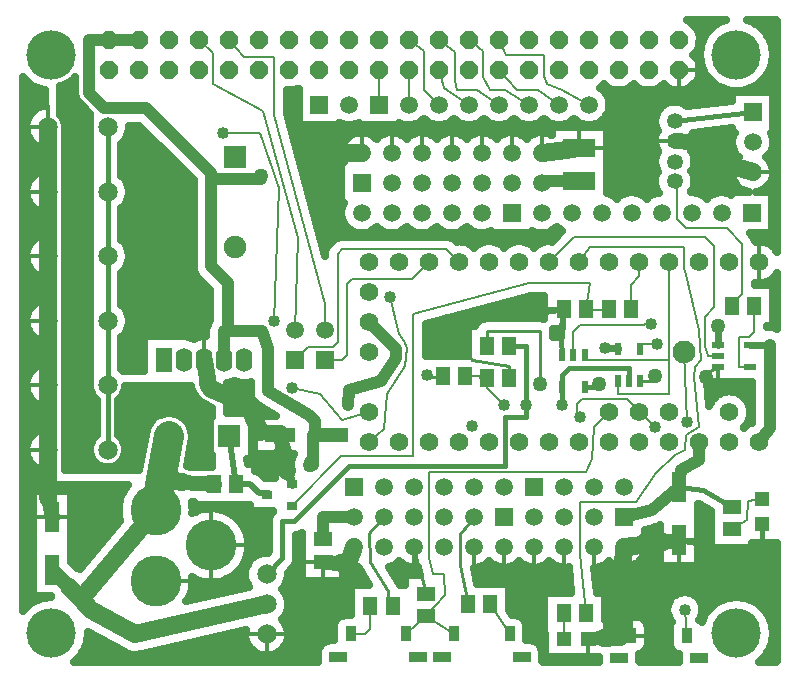
<source format=gtl>
G04 DipTrace 3.0.0.2*
G04 TeensyArbotixProRPIV0.2.gtl*
%MOIN*%
G04 #@! TF.FileFunction,Copper,L1,Top*
G04 #@! TF.Part,Single*
%AMOUTLINE0*5,1,8,0,0,0.065199,-22.499571*%
%AMOUTLINE1*
4,1,4,
-0.0175,-0.025,
-0.0175,0.025,
0.0175,0.025,
0.0175,-0.025,
-0.0175,-0.025,
0*%
%AMOUTLINE2*
4,1,4,
0.0285,-0.0155,
-0.0285,-0.0155,
-0.0285,0.0155,
0.0285,0.0155,
0.0285,-0.0155,
0*%
G04 #@! TA.AperFunction,ViaPad*
%ADD13C,0.04*%
G04 #@! TA.AperFunction,Conductor*
%ADD14C,0.015*%
%ADD15C,0.01*%
%ADD16C,0.023622*%
%ADD17C,0.02*%
%ADD18C,0.008*%
%ADD19C,0.1*%
%ADD20C,0.06*%
G04 #@! TA.AperFunction,ViaPad*
%ADD21C,0.05*%
G04 #@! TA.AperFunction,Conductor*
%ADD22C,0.059055*%
%ADD23C,0.056*%
%ADD24C,0.051181*%
%ADD25C,0.05315*%
%ADD26C,0.031496*%
%ADD27C,0.047244*%
%ADD28C,0.035*%
G04 #@! TA.AperFunction,CopperBalancing*
%ADD29C,0.025*%
%ADD30C,0.013*%
%ADD31R,0.051181X0.059055*%
%ADD33R,0.05X0.1*%
%ADD34R,0.1X0.05*%
%ADD35R,0.059055X0.051181*%
%ADD36R,0.106299X0.062992*%
G04 #@! TA.AperFunction,ComponentPad*
%ADD37R,0.059055X0.059055*%
%ADD38C,0.059055*%
%ADD41C,0.17*%
%ADD43C,0.065199*%
%ADD44R,0.047244X0.047244*%
G04 #@! TA.AperFunction,ComponentPad*
%ADD45C,0.05315*%
%ADD46R,0.074803X0.074803*%
%ADD47C,0.074803*%
%ADD48R,0.035433X0.031496*%
G04 #@! TA.AperFunction,ComponentPad*
%ADD52C,0.076*%
%ADD54R,0.043307X0.023622*%
G04 #@! TA.AperFunction,ComponentPad*
%ADD55R,0.056X0.08*%
%ADD56O,0.056X0.08*%
%ADD58R,0.023622X0.043307*%
G04 #@! TA.AperFunction,ComponentPad*
%ADD59C,0.06194*%
G04 #@! TA.AperFunction,ViaPad*
%ADD62C,0.165*%
G04 #@! TA.AperFunction,ComponentPad*
%ADD125OUTLINE0*%
%ADD126OUTLINE1*%
%ADD127OUTLINE2*%
%FSLAX26Y26*%
G04*
G70*
G90*
G75*
G01*
G04 Top*
%LPD*%
X2798701Y953504D2*
D14*
X2703701Y1008701D1*
X2623701Y1018701D1*
X2690987Y1168701D2*
D13*
Y1110187D1*
X2628701Y1076078D1*
X2623701Y1018701D1*
X2440987Y918701D2*
X2533701Y943701D1*
X2623701Y1018701D1*
X1668701Y623701D2*
D15*
X1657026D1*
X1653701Y673701D1*
X1593701Y768701D1*
X1588810Y866524D1*
X1640987Y918701D1*
X1918701Y628701D2*
X1893701Y758701D1*
Y863701D1*
X1940987Y918701D1*
X1519158Y1294368D2*
D13*
X1523701Y1343701D1*
X1628701Y1373701D1*
X1678701Y1448701D1*
X1540987Y918701D2*
X1436260D1*
Y845654D1*
X2376032Y1481858D2*
D16*
X2418701D1*
Y1480000D1*
X1678701Y1448701D2*
D13*
Y1480987D1*
X1590987Y1568701D1*
X823229Y2510630D2*
X723229D1*
X2159593Y1362487D2*
D15*
Y1538701D1*
X1983701D1*
Y1488701D1*
X723229Y2510630D2*
D13*
X657701D1*
Y2331701D1*
X707701Y2281701D1*
X847701D1*
X1063701Y2065701D1*
Y2046341D1*
Y1755701D1*
X1119701Y1699701D1*
Y1538013D1*
X1106290D1*
Y1443701D1*
X1063701Y2046341D2*
X1228986D1*
Y2054824D1*
X1393701Y1093701D2*
Y1101701D1*
X1403701Y1091701D1*
Y1193701D1*
X1408701D1*
X1468701D1*
X2357454Y1361815D2*
D14*
X2348041Y1352402D1*
X2308701D1*
X2165987Y2033701D2*
D13*
X2170869Y2038583D1*
X2290987D1*
X1119701Y1538013D2*
X1233701D1*
X1253701Y1483701D1*
Y1341099D1*
X1388963Y1258439D1*
X1408701Y1238701D1*
Y1193701D1*
X2860000Y1493701D2*
D16*
X2926491D1*
D13*
Y1217066D1*
X2890987Y1168701D1*
X2038701Y1293701D2*
D18*
X1983586Y1348816D1*
Y1383701D1*
X2543701Y1218701D2*
X2450701Y1311701D1*
X2299701D1*
X2283701Y1295701D1*
Y1263701D1*
X2293701Y1253701D1*
X1983586Y1383701D2*
X1961701D1*
Y1388701D1*
X1910583D1*
X1873701Y528701D2*
X1778701Y588898D1*
X1713701Y528701D1*
X1778701Y588898D2*
X1843701Y658701D1*
X1838701Y728701D1*
X1803701D1*
X1788701Y783701D1*
Y1068701D1*
X2313725D1*
X2333701Y1113701D1*
X2338701Y1218701D1*
X2390987Y1268701D1*
X1658701Y1653701D2*
X1688701Y1528701D1*
X1707164Y1506992D1*
X1717164Y1481992D1*
X1708701Y1423701D1*
X1648701Y1328701D1*
X1638701Y1213701D1*
X1590987Y1168701D1*
X2549327Y1496848D2*
X2493504D1*
Y1480000D1*
X2528701Y1563701D2*
X2505299D1*
Y1558701D1*
X2292701D1*
X2271299Y1537299D1*
Y1458701D1*
X1790987Y1768701D2*
X1733987Y1711701D1*
X1533701D1*
X1517701Y1695701D1*
Y1459701D1*
X1501701Y1443701D1*
X1443701D1*
X2590987Y1768701D2*
Y1441921D1*
X2308701D1*
Y1458701D1*
X2590987Y1441921D2*
Y1329441D1*
X2418701D1*
Y1373701D1*
X2490987Y1768701D2*
Y1721701D1*
X2463701Y1694415D1*
Y1613701D1*
X2313504Y598701D2*
X2294075Y796991D1*
Y968643D1*
X2480478D1*
X2547529Y1065197D1*
X2609217Y1126885D1*
X2644083Y1144318D1*
X2647705Y1193328D1*
X2689277Y1220149D1*
X2672994Y1385956D1*
X2675466Y1419151D1*
X2698268Y1441952D1*
X2689664Y1541767D1*
X2645424Y1727666D1*
X2641400Y1750462D1*
Y1820196D1*
X2326259D1*
X2290987Y1768701D1*
X2190987D2*
X2273918Y1851631D1*
X2711352D1*
X2740394Y1822589D1*
Y1618641D1*
X2711261Y1584655D1*
Y1490823D1*
X2721103Y1456299D1*
X2753701D1*
X1890987Y1768701D2*
X1847987Y1811701D1*
X1501701D1*
X1485701Y1795701D1*
Y1501701D1*
X1469701Y1485701D1*
X1385701D1*
X1343701Y1443701D1*
X1590987Y1268701D2*
X1501773Y1244353D1*
X1428499Y1328620D1*
X1335072Y1349685D1*
X718701Y2218701D2*
D14*
Y2003701D1*
Y1788701D1*
Y1573701D1*
Y1358701D1*
Y1143701D1*
X1248701Y728701D2*
X1301701Y781701D1*
Y904660D1*
X1340660D1*
X1524701Y1088701D1*
X2043701D1*
Y1253701D1*
X2113701D1*
Y1293701D1*
Y1488701D1*
X2058504D1*
X2233898Y1352402D2*
Y1391701D1*
X2258147Y1415950D1*
X2456103D1*
Y1373701D1*
X2233701Y1293701D2*
X2233898Y1352402D1*
X518701Y1143701D2*
D20*
Y983622D1*
D21*
X533701Y918701D1*
X2898701Y896024D2*
D14*
Y823701D1*
X2808701Y803701D1*
X2677458Y832078D1*
X2623701Y843701D1*
X2440987Y818701D2*
D22*
X2499965Y826771D1*
D20*
X2569209Y836246D1*
D21*
X2623701Y843701D1*
X1293701Y1193701D2*
X1303992Y1139672D1*
D20*
X1313701Y1088701D1*
X1318488Y1074465D1*
D26*
X1333071Y1031103D1*
X1293701Y1193701D2*
D21*
Y1203701D1*
X1227474D1*
D20*
X1188093Y1291687D1*
X1063561Y1347642D1*
X1052701Y1363297D1*
D23*
X1039290Y1443701D1*
X2608701Y2173701D2*
D25*
X2665172Y2170278D1*
D20*
X2773701Y2163701D1*
X2788701Y2093701D1*
X2811883Y2086457D1*
D22*
X2868701Y2068701D1*
X2321378Y513701D2*
D27*
X2374869Y517460D1*
D20*
X2416318Y520372D1*
D28*
X2427347Y521147D1*
X2463701Y523701D1*
X2440987Y818701D2*
D22*
X2438261Y759236D1*
D20*
X2427347Y521147D1*
X1740987Y818701D2*
D15*
X1755061Y760861D1*
X1765558Y717715D1*
X1778701Y663701D1*
X1436260Y770851D2*
D24*
X1495565Y765708D1*
D20*
X1518701Y763701D1*
D22*
X1540987Y818701D1*
X1565987Y2133701D2*
X1506460D1*
D20*
X1448701D1*
Y1898701D1*
X2238701Y1613701D2*
D14*
X2230282Y1554772D1*
X2228701Y1543701D1*
X2230746Y1510259D1*
X2233898Y1458701D1*
X2753701Y1493701D2*
D16*
Y1554971D1*
X2153311Y1598008D2*
D17*
X2202780Y1605142D1*
X2238701Y1613701D1*
X2058389Y1383701D2*
D15*
Y1423701D1*
X1933701Y1443701D1*
X1868701Y1533701D1*
X2542903Y1390152D2*
Y1373701D1*
X2493504D1*
X2713180Y1387697D2*
X2706740Y1397385D1*
X2753701Y1418898D1*
X2165987Y2133701D2*
D22*
X2225084Y2140848D1*
D20*
X2290987Y2148819D1*
X518701Y1573701D2*
Y1358701D1*
Y1143701D1*
Y2218701D2*
Y2003701D1*
Y1788701D1*
Y1573701D1*
X2608701Y2238701D2*
D14*
X2664903Y2245185D1*
X2809566Y2261878D1*
X2868701Y2268701D1*
X1993504Y628701D2*
D18*
X2058701Y528701D1*
X1528701D2*
X1577701D1*
X1593898Y544898D1*
Y623701D1*
X2860000Y1418898D2*
X2823701D1*
Y1519701D1*
X2855701D1*
X2873504Y1537504D1*
Y1623378D1*
X2238701Y513701D2*
Y598701D1*
X2608701Y2038701D2*
X2617004D1*
Y1912604D1*
X2648076Y1881532D1*
X2782970D1*
X2834519Y1829983D1*
Y1664281D1*
X2806208Y1635970D1*
Y1607659D1*
X2802877D1*
Y1623378D1*
X2798701D1*
Y878701D2*
X2848701Y908701D1*
X2853701Y973701D1*
X2898701Y978701D1*
X1146771Y1028701D2*
D17*
X1122963Y1189070D1*
X1146771Y1028701D2*
X1193701D1*
X1223701Y998701D1*
X1255394D1*
X1250394Y993701D1*
X2388898Y1613701D2*
D18*
Y1608701D1*
X2313504D1*
Y1613701D1*
X1333071Y956299D2*
X1498278Y1121507D1*
X1737453D1*
Y1596139D1*
X2125067Y1700000D1*
X2326385D1*
X2313504Y1613701D1*
X1273701Y1573701D2*
X1290093Y2014982D1*
X1227628Y2200666D1*
X1102916D1*
X2640987Y1468701D2*
X2650227Y1236015D1*
X2642851Y610559D2*
X2648701Y523701D1*
X2223701Y2293701D2*
X2153701Y2343701D1*
X2083701D1*
X2023229Y2410630D1*
X2323701Y2293701D2*
X2233701Y2343701D1*
X2183701Y2363701D1*
X2173701Y2388701D1*
Y2458701D1*
X2047805D1*
X2023229Y2510630D1*
X1623229Y2410630D2*
X1623701Y2293701D1*
X1723229Y2410630D2*
X1723701Y2293701D1*
X1923701D2*
X1838701Y2348701D1*
X1823229Y2410630D1*
X2023701Y2293701D2*
X1948701Y2343701D1*
X1883701D1*
X1875516Y2374246D1*
Y2468718D1*
X1823229Y2510630D1*
X2123701Y2293701D2*
X2043701Y2343701D1*
X1993701D1*
X1969079Y2386348D1*
Y2473866D1*
X1923229Y2510630D1*
X1123229D2*
X1173701Y2453701D1*
X1273826D1*
Y2258641D1*
X1442691Y1628429D1*
X1443701Y1543701D1*
X1023229Y2510630D2*
X1068701Y2465158D1*
Y2363701D1*
X1238176Y2274446D1*
X1352217Y1848843D1*
X1343701Y1543701D1*
X1823701Y2293701D2*
X1773701Y2343701D1*
Y2473797D1*
X1723229Y2510630D1*
X618701Y2218701D2*
D20*
Y2003701D1*
Y1788701D1*
Y1573701D1*
Y1358701D1*
Y1143701D1*
X1248701Y628701D2*
X808701Y528701D1*
X663701Y608701D1*
X631725Y645677D1*
X591327Y686075D1*
D21*
X533701Y743701D1*
X878701Y943071D2*
D20*
X631725Y645677D1*
X922963Y1189070D2*
D19*
X897107Y1045364D1*
X878701Y943071D1*
X1071967Y1028701D2*
D24*
X966865Y1036054D1*
D20*
X897107Y1045364D1*
X1781988Y1393484D2*
D15*
X1793360Y1386290D1*
X1835780Y1388701D1*
D13*
X1658701Y1653701D3*
X1335072Y1349685D3*
D21*
X1448701Y1898701D3*
X2753701Y1554971D3*
X2153311Y1598008D3*
X1868701Y1533701D3*
X2542903Y1390152D3*
X2753701Y1554971D3*
X2713180Y1387697D3*
X2753701Y1554971D3*
D13*
X1102916Y2200666D3*
X2650227Y1236015D3*
X2642851Y610559D3*
X1781988Y1393484D3*
D62*
X2814961Y531496D3*
X531496D3*
Y2460630D3*
X2814961D3*
D13*
X1678701Y1448701D3*
X1519158Y1294368D3*
X2376032Y1481858D3*
D21*
X1393701Y1093701D3*
X2357454Y1361815D3*
X2159593Y1362487D3*
X1228986Y2054824D3*
D13*
X2038701Y1293701D3*
X2293701Y1253701D3*
X2543701Y1218701D3*
X1933701Y1223701D3*
X2549327Y1496848D3*
X2528701Y1563701D3*
X2233701Y1293701D3*
X2113701D3*
X1273701Y1573701D3*
X2682036Y2551332D2*
D29*
X2732358D1*
X2897563D2*
X2948715D1*
X2694194Y2526463D2*
X2710923D1*
X2918999D2*
X2948715D1*
X2931303Y2501595D2*
X2948715D1*
X2933696Y2426988D2*
X2948715D1*
X2923394Y2402120D2*
X2948715D1*
X2688139Y2377251D2*
X2724790D1*
X2905131D2*
X2948715D1*
X438726Y2352382D2*
X474936D1*
X2364458D2*
X2381949D1*
X2464458D2*
X2481949D1*
X2564458D2*
X2581949D1*
X2664458D2*
X2758383D1*
X2871538D2*
X2948715D1*
X438726Y2327513D2*
X507700D1*
X1318803D2*
X1353159D1*
X2385210D2*
X2798179D1*
X438726Y2302645D2*
X507700D1*
X1318803D2*
X1353159D1*
X2393658D2*
X2594126D1*
X2623295D2*
X2759164D1*
X438726Y2277776D2*
X476646D1*
X1318803D2*
X1353159D1*
X2392339D2*
X2554184D1*
X438726Y2252907D2*
X453872D1*
X1321831D2*
X1353159D1*
X2380620D2*
X2542710D1*
X1328520Y2228038D2*
X1353159D1*
X1743999D2*
X1803403D1*
X1843999D2*
X1903403D1*
X1943999D2*
X2003403D1*
X2043999D2*
X2103403D1*
X2143999D2*
X2203403D1*
X2243999D2*
X2303403D1*
X2343999D2*
X2542026D1*
X790580Y2203170D2*
X841000D1*
X1335160D2*
X2196860D1*
X2385160D2*
X2548179D1*
X2704448D2*
X2798179D1*
X438726Y2178301D2*
X457676D1*
X779692D2*
X865903D1*
X1341851D2*
X1512143D1*
X2385160D2*
X2541294D1*
X2676128D2*
X2798862D1*
X438726Y2153432D2*
X488023D1*
X767192D2*
X890756D1*
X1348491D2*
X1498374D1*
X2385160D2*
X2544370D1*
X2673051D2*
X2799887D1*
X438726Y2128563D2*
X507700D1*
X767192D2*
X915610D1*
X1355180D2*
X1495639D1*
X2385160D2*
X2546079D1*
X2671343D2*
X2811264D1*
X2926128D2*
X2948715D1*
X438726Y2103694D2*
X507700D1*
X767192D2*
X940512D1*
X1361822D2*
X1502427D1*
X2385160D2*
X2541147D1*
X2676274D2*
X2807847D1*
X2929546D2*
X2948715D1*
X438726Y2078826D2*
X507700D1*
X767192D2*
X965366D1*
X1368511D2*
X1495444D1*
X2385160D2*
X2546079D1*
X2671343D2*
X2798911D1*
X438726Y2053957D2*
X465903D1*
X771490D2*
X990219D1*
X1375151D2*
X1495444D1*
X2385160D2*
X2542954D1*
X2674467D2*
X2799790D1*
X787603Y2029088D2*
X1002719D1*
X1381840D2*
X1495444D1*
X2385160D2*
X2541831D1*
X2675542D2*
X2810874D1*
X2926519D2*
X2948715D1*
X792290Y2004219D2*
X1002719D1*
X1388482D2*
X1495444D1*
X2385160D2*
X2551011D1*
X2666411D2*
X2844516D1*
X2892876D2*
X2948715D1*
X787992Y1979351D2*
X1002719D1*
X1395171D2*
X1495444D1*
X438726Y1954482D2*
X464878D1*
X772515D2*
X1002719D1*
X1401811D2*
X1498715D1*
X438726Y1929613D2*
X507700D1*
X767192D2*
X1002719D1*
X1408452D2*
X1495591D1*
X438726Y1904744D2*
X507700D1*
X767192D2*
X1002719D1*
X1415142D2*
X1501939D1*
X438726Y1879876D2*
X507700D1*
X767192D2*
X1002719D1*
X1421782D2*
X1521910D1*
X438726Y1855007D2*
X490512D1*
X767192D2*
X1002719D1*
X1428471D2*
X2214731D1*
X2871343D2*
X2948715D1*
X438726Y1830138D2*
X458457D1*
X778960D2*
X1002719D1*
X1435112D2*
X1457554D1*
X1925932D2*
X1956040D1*
X2025932D2*
X2056040D1*
X2125932D2*
X2156040D1*
X2925932D2*
X2948715D1*
X790336Y1805269D2*
X1002719D1*
X791802Y1780400D2*
X1002719D1*
X438726Y1755532D2*
X453286D1*
X784087D2*
X1002719D1*
X438726Y1730663D2*
X475131D1*
X767192D2*
X1008335D1*
X438726Y1705794D2*
X507700D1*
X767192D2*
X1028403D1*
X2922954D2*
X2948715D1*
X438726Y1680925D2*
X507700D1*
X767192D2*
X1053256D1*
X438726Y1656057D2*
X507700D1*
X767192D2*
X1058726D1*
X2127739D2*
X2172104D1*
X438726Y1631188D2*
X474351D1*
X767192D2*
X1058726D1*
X2034916D2*
X2172104D1*
X438726Y1606319D2*
X452994D1*
X784379D2*
X1058726D1*
X1942095D2*
X2172104D1*
X791899Y1581450D2*
X1058726D1*
X1849272D2*
X1973227D1*
X790191Y1556582D2*
X1048326D1*
X1782427D2*
X1917124D1*
X438726Y1531713D2*
X458823D1*
X778570D2*
X1045298D1*
X1782427D2*
X1917124D1*
X2205571D2*
X2226303D1*
X438726Y1506844D2*
X492026D1*
X767192D2*
X836314D1*
X1782427D2*
X1917124D1*
X438726Y1481975D2*
X507700D1*
X767192D2*
X836314D1*
X1782427D2*
X1917124D1*
X438726Y1457107D2*
X507700D1*
X767192D2*
X836314D1*
X1782427D2*
X1917124D1*
X438726Y1432238D2*
X507700D1*
X767192D2*
X836314D1*
X438726Y1407369D2*
X464390D1*
X773051D2*
X836314D1*
X1119683Y1357631D2*
X1192710D1*
X2720952D2*
X2865512D1*
X1119683Y1332763D2*
X1193295D1*
X2723394D2*
X2761607D1*
X2820366D2*
X2865512D1*
X438726Y1307894D2*
X466440D1*
X1119683D2*
X1203062D1*
X2850835D2*
X2865512D1*
X438726Y1283025D2*
X507700D1*
X1119683D2*
X1234067D1*
X438726Y1258156D2*
X507700D1*
X1201372D2*
X1274742D1*
X438726Y1233288D2*
X507700D1*
X438726Y1208419D2*
X486752D1*
X438726Y1183550D2*
X457286D1*
X438726Y1108944D2*
X454164D1*
X1186382D2*
X1329575D1*
X438726Y1084075D2*
X477475D1*
X1213383D2*
X1274351D1*
X438726Y1059206D2*
X507992D1*
X1234282D2*
X1274351D1*
X438726Y1034337D2*
X521323D1*
X438726Y1009469D2*
X772055D1*
X438726Y984600D2*
X467710D1*
X599711D2*
X759898D1*
X438726Y959731D2*
X467710D1*
X599711D2*
X753843D1*
X1003570D2*
X1191684D1*
X438726Y934862D2*
X467710D1*
X599711D2*
X752963D1*
X1122563D2*
X1264536D1*
X2689702D2*
X2728159D1*
X438726Y909994D2*
X467710D1*
X599711D2*
X757211D1*
X1155815D2*
X1253500D1*
X2689702D2*
X2728159D1*
X438726Y885125D2*
X467710D1*
X599711D2*
X739047D1*
X1174076D2*
X1253208D1*
X2543608D2*
X2557719D1*
X2689702D2*
X2728159D1*
X438726Y860256D2*
X467710D1*
X599711D2*
X718394D1*
X1184575D2*
X1253208D1*
X2511528D2*
X2557700D1*
X2689702D2*
X2728159D1*
X438726Y835387D2*
X467710D1*
X599711D2*
X697739D1*
X1189311D2*
X1253208D1*
X1350200D2*
X1365756D1*
X2509428D2*
X2557700D1*
X2689702D2*
X2728159D1*
X438726Y810519D2*
X467710D1*
X599711D2*
X677084D1*
X1188872D2*
X1253208D1*
X1350200D2*
X1365756D1*
X2511040D2*
X2557700D1*
X2689702D2*
X2948715D1*
X438726Y785650D2*
X467710D1*
X599711D2*
X656431D1*
X1183306D2*
X1203647D1*
X1350200D2*
X1365756D1*
X2502935D2*
X2557700D1*
X2689702D2*
X2948715D1*
X438726Y760781D2*
X467710D1*
X608891D2*
X635776D1*
X1345171D2*
X1365756D1*
X1679155D2*
X1702818D1*
X1979155D2*
X2002818D1*
X2079155D2*
X2102818D1*
X2179155D2*
X2202818D1*
X2379155D2*
X2402818D1*
X2479155D2*
X2557700D1*
X2689702D2*
X2948715D1*
X438726Y735912D2*
X467710D1*
X1151811D2*
X1175474D1*
X1323442D2*
X1365756D1*
X1506792D2*
X1560483D1*
X1668364D2*
X1755210D1*
X1944878D2*
X2254868D1*
X2345268D2*
X2948715D1*
X438726Y711044D2*
X467710D1*
X1113920D2*
X1177328D1*
X1320074D2*
X1365756D1*
X1506792D2*
X1576206D1*
X1684038D2*
X1708188D1*
X1949663D2*
X2257310D1*
X2347710D2*
X2948715D1*
X438726Y686175D2*
X467710D1*
X1002935D2*
X1189243D1*
X1308159D2*
X1527328D1*
X2060112D2*
X2259751D1*
X2350103D2*
X2948715D1*
X438726Y661306D2*
X467710D1*
X996000D2*
X1080650D1*
X1314360D2*
X1527328D1*
X2060112D2*
X2172104D1*
X2380083D2*
X2611264D1*
X2674467D2*
X2948715D1*
X438726Y636437D2*
X468784D1*
X1321879D2*
X1527328D1*
X2060112D2*
X2172104D1*
X2380083D2*
X2587876D1*
X2697807D2*
X2752231D1*
X2877691D2*
X2948715D1*
X1320219Y611568D2*
X1527328D1*
X2060112D2*
X2172104D1*
X2380083D2*
X2581870D1*
X2703862D2*
X2721763D1*
X2908159D2*
X2948715D1*
X1308550Y586700D2*
X1488902D1*
X2098491D2*
X2172104D1*
X2380083D2*
X2437583D1*
X2489799D2*
X2586948D1*
X2925151D2*
X2948715D1*
X1314116Y561831D2*
X1471079D1*
X2116314D2*
X2172104D1*
X2385991D2*
X2407504D1*
X2519878D2*
X2592515D1*
X2934575D2*
X2948715D1*
X1156596Y536962D2*
X1175571D1*
X1321831D2*
X1470200D1*
X2117192D2*
X2172104D1*
X2385991D2*
X2405210D1*
X2522172D2*
X2590219D1*
X653423Y512093D2*
X694516D1*
X1047172D2*
X1177084D1*
X1320318D2*
X1470200D1*
X2117192D2*
X2174058D1*
X2385991D2*
X2405210D1*
X2522172D2*
X2590219D1*
X646587Y487225D2*
X739584D1*
X937748D2*
X1188462D1*
X1308940D2*
X1422935D1*
X2520415D2*
X2591978D1*
X2930083D2*
X2948715D1*
X633306Y462356D2*
X789194D1*
X828326D2*
X1220639D1*
X1276763D2*
X1418735D1*
X2496343D2*
X2616050D1*
X2916752D2*
X2948715D1*
X610160Y437487D2*
X1418735D1*
X2168658D2*
X2353696D1*
X2492680D2*
X2619711D1*
X2893658D2*
X2944663D1*
X597193Y832201D2*
X597201Y769945D1*
X618066Y749138D1*
X625487Y745394D1*
X760366Y907798D1*
X756722Y923751D1*
X755582Y933381D1*
X755201Y943071D1*
X755582Y952761D1*
X756722Y962391D1*
X758613Y971902D1*
X761246Y981235D1*
X764601Y990332D1*
X768662Y999139D1*
X773400Y1007600D1*
X778788Y1015663D1*
X786565Y1025197D1*
X545680Y1025319D1*
X539713Y1026264D1*
X533967Y1028131D1*
X528584Y1030874D1*
X523697Y1034425D1*
X519425Y1038697D1*
X515874Y1043584D1*
X513131Y1048967D1*
X511264Y1054713D1*
X510319Y1060680D1*
X510201Y1073125D1*
X500586Y1074948D1*
X491128Y1078166D1*
X482213Y1082679D1*
X474019Y1088397D1*
X466706Y1095206D1*
X460421Y1102974D1*
X455288Y1111546D1*
X451407Y1120753D1*
X448855Y1130414D1*
X447681Y1140336D1*
X447911Y1150324D1*
X449538Y1160183D1*
X452532Y1169715D1*
X456832Y1178735D1*
X462355Y1187062D1*
X468988Y1194533D1*
X476605Y1201000D1*
X485054Y1206335D1*
X494167Y1210433D1*
X503764Y1213214D1*
X510206Y1214281D1*
X510201Y1288066D1*
X500586Y1289948D1*
X491128Y1293166D1*
X482213Y1297679D1*
X474019Y1303397D1*
X466706Y1310206D1*
X460421Y1317974D1*
X455288Y1326546D1*
X451407Y1335753D1*
X448855Y1345414D1*
X447681Y1355336D1*
X447911Y1365324D1*
X449538Y1375183D1*
X452532Y1384715D1*
X456832Y1393735D1*
X462355Y1402062D1*
X468988Y1409533D1*
X476605Y1416000D1*
X485054Y1421335D1*
X494167Y1425433D1*
X503764Y1428214D1*
X510206Y1429281D1*
X510201Y1503105D1*
X500586Y1504948D1*
X491128Y1508166D1*
X482213Y1512679D1*
X474019Y1518397D1*
X466706Y1525206D1*
X460421Y1532974D1*
X455288Y1541546D1*
X451407Y1550753D1*
X448855Y1560414D1*
X447681Y1570336D1*
X447911Y1580324D1*
X449538Y1590183D1*
X452532Y1599715D1*
X456832Y1608735D1*
X462355Y1617062D1*
X468988Y1624533D1*
X476605Y1631000D1*
X485054Y1636335D1*
X494167Y1640433D1*
X503764Y1643214D1*
X510206Y1644281D1*
X510201Y1718145D1*
X500586Y1719948D1*
X491128Y1723166D1*
X482213Y1727679D1*
X474019Y1733397D1*
X466706Y1740206D1*
X460421Y1747974D1*
X455288Y1756546D1*
X451407Y1765753D1*
X448855Y1775414D1*
X447681Y1785336D1*
X447911Y1795324D1*
X449538Y1805183D1*
X452532Y1814715D1*
X456832Y1823735D1*
X462355Y1832062D1*
X468988Y1839533D1*
X476605Y1846000D1*
X485054Y1851335D1*
X494167Y1855433D1*
X503764Y1858214D1*
X510206Y1859281D1*
X510201Y1933086D1*
X500586Y1934948D1*
X491128Y1938166D1*
X482213Y1942679D1*
X474019Y1948397D1*
X466706Y1955206D1*
X460421Y1962974D1*
X455288Y1971546D1*
X451407Y1980753D1*
X448855Y1990414D1*
X447681Y2000336D1*
X447911Y2010324D1*
X449538Y2020183D1*
X452532Y2029715D1*
X456832Y2038735D1*
X462355Y2047062D1*
X468988Y2054533D1*
X476605Y2061000D1*
X485054Y2066335D1*
X494167Y2070433D1*
X503764Y2073214D1*
X510206Y2074281D1*
X510201Y2148125D1*
X500586Y2149948D1*
X491128Y2153166D1*
X482213Y2157679D1*
X474019Y2163397D1*
X466706Y2170206D1*
X460421Y2177974D1*
X455288Y2186546D1*
X451407Y2195753D1*
X448855Y2205414D1*
X447681Y2215336D1*
X447911Y2225324D1*
X449538Y2235183D1*
X452532Y2244715D1*
X456832Y2253735D1*
X462355Y2262062D1*
X468988Y2269533D1*
X476605Y2276000D1*
X485054Y2281335D1*
X494167Y2285433D1*
X503764Y2288214D1*
X510206Y2289281D1*
X510201Y2341484D1*
X494105Y2345553D1*
X485192Y2348840D1*
X476563Y2352818D1*
X468274Y2357461D1*
X460374Y2362739D1*
X452914Y2368621D1*
X445936Y2375070D1*
X436201Y2386214D1*
Y606041D1*
X445936Y617057D1*
X452914Y623505D1*
X460374Y629387D1*
X468274Y634666D1*
X476563Y639309D1*
X485192Y643286D1*
X494105Y646574D1*
X503250Y649152D1*
X512567Y651007D1*
X522003Y652124D1*
X531608Y652492D1*
X530196Y655187D1*
X470201Y655201D1*
Y1007201D1*
X597201D1*
X597192Y830201D1*
X1207701Y1257201D2*
X1278824D1*
X1219374Y1293729D1*
X1212386Y1299681D1*
X1206416Y1306655D1*
X1201609Y1314477D1*
X1198087Y1322953D1*
X1195932Y1331876D1*
X1195201Y1341099D1*
Y1368882D1*
X1183693Y1366020D1*
X1173290Y1365201D1*
X1162887Y1366020D1*
X1152740Y1368456D1*
X1143100Y1372449D1*
X1139843Y1374273D1*
X1131739Y1370263D1*
X1121814Y1367038D1*
X1117193Y1366120D1*
X1117201Y1264941D1*
X1198865Y1264971D1*
Y1113168D1*
X1183289D1*
X1185701Y1096744D1*
X1210861Y1096729D1*
Y1074024D1*
X1219042Y1070054D1*
X1225200Y1065580D1*
X1243015Y1047977D1*
X1276844Y1047949D1*
X1276855Y1085351D1*
X1330751D1*
X1330201Y1093701D1*
X1330983Y1103634D1*
X1333309Y1113323D1*
X1337122Y1122529D1*
X1341777Y1130200D1*
X1205201Y1130201D1*
Y1257201D1*
X1207701D1*
X2382604Y2108579D2*
X2382637Y1999643D1*
X2392020Y1996550D1*
X2401532Y1991704D1*
X2410167Y1985429D1*
X2415945Y1979797D1*
X2421807Y1985429D1*
X2430442Y1991704D1*
X2439954Y1996550D1*
X2450107Y1999849D1*
X2460650Y2001519D1*
X2471324D1*
X2481868Y1999849D1*
X2492020Y1996550D1*
X2501532Y1991704D1*
X2510167Y1985429D1*
X2515945Y1979797D1*
X2521807Y1985429D1*
X2530442Y1991704D1*
X2539954Y1996550D1*
X2550107Y1999849D1*
X2555697Y2000933D1*
X2550719Y2009158D1*
X2546811Y2018592D1*
X2544427Y2028521D1*
X2543626Y2038701D1*
X2544427Y2048881D1*
X2546811Y2058810D1*
X2550719Y2068244D1*
X2552348Y2071152D1*
X2548580Y2078798D1*
X2545424Y2088509D1*
X2543827Y2098595D1*
Y2108807D1*
X2545424Y2118893D1*
X2548580Y2128604D1*
X2553215Y2137702D1*
X2553831Y2138714D1*
X2549122Y2147525D1*
X2545818Y2156953D1*
X2543996Y2166776D1*
X2543698Y2176761D1*
X2544932Y2186675D1*
X2547670Y2196282D1*
X2551845Y2205358D1*
X2552332Y2206194D1*
X2548580Y2213798D1*
X2545424Y2223509D1*
X2543827Y2233595D1*
Y2243807D1*
X2545424Y2253893D1*
X2548580Y2263604D1*
X2553215Y2272702D1*
X2559218Y2280963D1*
X2566439Y2288184D1*
X2574700Y2294187D1*
X2583798Y2298822D1*
X2593509Y2301978D1*
X2603595Y2303575D1*
X2613807D1*
X2623893Y2301978D1*
X2633604Y2298822D1*
X2642702Y2294187D1*
X2649099Y2289655D1*
X2800668Y2307156D1*
X2800673Y2336729D1*
X2936729D1*
Y2200673D1*
X2928769D1*
X2933399Y2189723D1*
X2935891Y2179343D1*
X2936729Y2168701D1*
X2935891Y2158059D1*
X2933399Y2147679D1*
X2929314Y2137816D1*
X2923736Y2128715D1*
X2916803Y2120599D1*
X2914797Y2118743D1*
X2920853Y2112381D1*
X2926688Y2104271D1*
X2931273Y2095394D1*
X2934508Y2085941D1*
X2936323Y2076116D1*
X2936683Y2066201D1*
X2935583Y2056272D1*
X2933041Y2046609D1*
X2929112Y2037423D1*
X2923879Y2028912D1*
X2917456Y2021260D1*
X2909982Y2014630D1*
X2901616Y2009167D1*
X2892541Y2004987D1*
X2882952Y2002183D1*
X2880624Y2001729D1*
X2934015D1*
Y1865673D1*
X2858869D1*
X2866836Y1857584D1*
X2870756Y1852189D1*
X2873784Y1846247D1*
X2875918Y1839534D1*
X2878684Y1837072D1*
X2888618Y1838130D1*
X2898603Y1837752D1*
X2908429Y1835945D1*
X2917895Y1832748D1*
X2926805Y1828226D1*
X2934973Y1822471D1*
X2942231Y1815605D1*
X2948431Y1807769D1*
X2951219Y1803307D1*
X2951201Y2566032D1*
X2950584Y2570603D1*
X2948713Y2573786D1*
X2945499Y2575610D1*
X2940814Y2576213D1*
X2850769Y2576200D1*
X2861265Y2572420D1*
X2869894Y2568442D1*
X2878183Y2563799D1*
X2886083Y2558521D1*
X2893544Y2552639D1*
X2900521Y2546191D1*
X2906970Y2539213D1*
X2912852Y2531752D1*
X2918130Y2523852D1*
X2922773Y2515563D1*
X2926751Y2506935D1*
X2930038Y2498021D1*
X2932617Y2488877D1*
X2934471Y2479559D1*
X2935588Y2470124D1*
X2935961Y2460630D1*
X2935588Y2451137D1*
X2934471Y2441701D1*
X2932617Y2432383D1*
X2930038Y2423239D1*
X2926751Y2414326D1*
X2922773Y2405697D1*
X2918130Y2397408D1*
X2912852Y2389508D1*
X2906970Y2382047D1*
X2900521Y2375070D1*
X2893544Y2368621D1*
X2886083Y2362739D1*
X2878183Y2357461D1*
X2869894Y2352818D1*
X2861265Y2348840D1*
X2852352Y2345553D1*
X2843208Y2342974D1*
X2833890Y2341120D1*
X2824454Y2340003D1*
X2814961Y2339630D1*
X2805467Y2340003D1*
X2796032Y2341120D1*
X2786714Y2342974D1*
X2777570Y2345553D1*
X2768656Y2348840D1*
X2760028Y2352818D1*
X2751739Y2357461D1*
X2743839Y2362739D1*
X2736378Y2368621D1*
X2729400Y2375070D1*
X2722952Y2382047D1*
X2717070Y2389508D1*
X2711792Y2397408D1*
X2707149Y2405697D1*
X2703171Y2414326D1*
X2699883Y2423239D1*
X2697305Y2432383D1*
X2695450Y2441701D1*
X2694334Y2451137D1*
X2693961Y2460630D1*
X2694334Y2470124D1*
X2695450Y2479559D1*
X2697305Y2488877D1*
X2699883Y2498021D1*
X2703171Y2506935D1*
X2707149Y2515563D1*
X2711792Y2523852D1*
X2717070Y2531752D1*
X2722952Y2539213D1*
X2729400Y2546191D1*
X2736378Y2552639D1*
X2743839Y2558521D1*
X2751739Y2563799D1*
X2760028Y2568442D1*
X2768656Y2572420D1*
X2779391Y2576222D1*
X2650672Y2576200D1*
X2655820Y2573575D1*
X2660708Y2570024D1*
X2680570Y2550328D1*
X2684494Y2545735D1*
X2687651Y2540584D1*
X2689962Y2535003D1*
X2691373Y2529128D1*
X2691847Y2523105D1*
X2691729Y2495134D1*
X2690784Y2489167D1*
X2688916Y2483421D1*
X2686173Y2478038D1*
X2682622Y2473151D1*
X2670252Y2460614D1*
X2682280Y2448505D1*
X2686649Y2442424D1*
X2689759Y2435612D1*
X2691491Y2428327D1*
X2691847Y2420605D1*
X2691523Y2393170D1*
X2689835Y2385873D1*
X2686768Y2379042D1*
X2682436Y2372935D1*
X2662927Y2353289D1*
X2657142Y2348533D1*
X2650547Y2344988D1*
X2643390Y2342786D1*
X2635463Y2342025D1*
X2608255Y2342093D1*
X2600865Y2343303D1*
X2593849Y2345921D1*
X2587474Y2349848D1*
X2581763Y2355057D1*
X2573221Y2363599D1*
X2560708Y2351236D1*
X2555820Y2347685D1*
X2550437Y2344942D1*
X2544692Y2343075D1*
X2538725Y2342130D1*
X2510753Y2342012D1*
X2504731Y2342486D1*
X2498856Y2343897D1*
X2493274Y2346209D1*
X2488124Y2349365D1*
X2483530Y2353289D1*
X2473213Y2363607D1*
X2460708Y2351236D1*
X2455820Y2347685D1*
X2450437Y2344942D1*
X2444692Y2343076D1*
X2438725Y2342130D1*
X2410753Y2342012D1*
X2404731Y2342486D1*
X2398856Y2343897D1*
X2393274Y2346209D1*
X2388124Y2349365D1*
X2383530Y2353289D1*
X2373213Y2363607D1*
X2360402Y2350995D1*
X2367881Y2345429D1*
X2375429Y2337881D1*
X2381704Y2329246D1*
X2386550Y2319734D1*
X2389849Y2309582D1*
X2391519Y2299038D1*
Y2288364D1*
X2389849Y2277820D1*
X2386550Y2267668D1*
X2381704Y2258156D1*
X2375429Y2249521D1*
X2367881Y2241973D1*
X2359246Y2235698D1*
X2349734Y2230852D1*
X2339582Y2227553D1*
X2329038Y2225883D1*
X2318364D1*
X2307820Y2227553D1*
X2297668Y2230852D1*
X2288156Y2235698D1*
X2279521Y2241973D1*
X2273743Y2247605D1*
X2267881Y2241973D1*
X2259246Y2235698D1*
X2249734Y2230852D1*
X2239582Y2227553D1*
X2229038Y2225883D1*
X2218364D1*
X2207820Y2227553D1*
X2197668Y2230852D1*
X2188156Y2235698D1*
X2179521Y2241973D1*
X2173743Y2247605D1*
X2167881Y2241973D1*
X2159246Y2235698D1*
X2149734Y2230852D1*
X2139582Y2227553D1*
X2129038Y2225883D1*
X2118364D1*
X2107820Y2227553D1*
X2097668Y2230852D1*
X2088156Y2235698D1*
X2079521Y2241973D1*
X2073743Y2247605D1*
X2067881Y2241973D1*
X2059246Y2235698D1*
X2049734Y2230852D1*
X2039582Y2227553D1*
X2029038Y2225883D1*
X2018364D1*
X2007820Y2227553D1*
X1997668Y2230852D1*
X1988156Y2235698D1*
X1979521Y2241973D1*
X1973743Y2247605D1*
X1967881Y2241973D1*
X1959246Y2235698D1*
X1949734Y2230852D1*
X1939582Y2227553D1*
X1929038Y2225883D1*
X1918364D1*
X1907820Y2227553D1*
X1897668Y2230852D1*
X1888156Y2235698D1*
X1879521Y2241973D1*
X1873743Y2247605D1*
X1867881Y2241973D1*
X1859246Y2235698D1*
X1849734Y2230852D1*
X1839582Y2227553D1*
X1829038Y2225883D1*
X1818364D1*
X1807820Y2227553D1*
X1797668Y2230852D1*
X1788156Y2235698D1*
X1779521Y2241973D1*
X1773743Y2247605D1*
X1767881Y2241973D1*
X1759246Y2235698D1*
X1749734Y2230852D1*
X1739582Y2227553D1*
X1729038Y2225883D1*
X1718364D1*
X1707820Y2227553D1*
X1697668Y2230852D1*
X1691743Y2233689D1*
X1691729Y2225673D1*
X1555673D1*
Y2233633D1*
X1544723Y2229003D1*
X1534343Y2226511D1*
X1523701Y2225673D1*
X1513059Y2226511D1*
X1502679Y2229003D1*
X1492816Y2233088D1*
X1491743Y2233689D1*
X1491729Y2225673D1*
X1355673D1*
Y2347597D1*
X1350437Y2344942D1*
X1344692Y2343076D1*
X1338725Y2342130D1*
X1316347Y2342012D1*
X1316326Y2264163D1*
X1443213Y1790687D1*
X1443332Y1799036D1*
X1444376Y1805622D1*
X1446436Y1811965D1*
X1449463Y1817907D1*
X1453383Y1823302D1*
X1474100Y1844019D1*
X1479495Y1847939D1*
X1485437Y1850966D1*
X1491780Y1853026D1*
X1498366Y1854070D1*
X1564201Y1854201D1*
X1851322Y1854070D1*
X1857908Y1853026D1*
X1864251Y1850966D1*
X1870193Y1847939D1*
X1875588Y1844019D1*
X1882149Y1837645D1*
X1890987Y1838171D1*
X1901855Y1837315D1*
X1912454Y1834771D1*
X1922525Y1830599D1*
X1931820Y1824903D1*
X1940109Y1817823D1*
X1940963Y1816900D1*
X1945870Y1821526D1*
X1954689Y1827933D1*
X1964402Y1832882D1*
X1974769Y1836251D1*
X1985537Y1837957D1*
X1996437D1*
X2007205Y1836251D1*
X2017572Y1832882D1*
X2027285Y1827933D1*
X2036104Y1821526D1*
X2040963Y1816900D1*
X2045870Y1821526D1*
X2054689Y1827933D1*
X2064402Y1832882D1*
X2074769Y1836251D1*
X2085537Y1837957D1*
X2096437D1*
X2107205Y1836251D1*
X2117572Y1832882D1*
X2127285Y1827933D1*
X2136104Y1821526D1*
X2140963Y1816900D1*
X2145870Y1821526D1*
X2154689Y1827933D1*
X2164402Y1832882D1*
X2174769Y1836251D1*
X2185537Y1837957D1*
X2196437D1*
X2199760Y1837563D1*
X2235103Y1873088D1*
X2226002Y1878666D1*
X2217885Y1885599D1*
X2216029Y1887605D1*
X2210167Y1881973D1*
X2201532Y1875698D1*
X2192020Y1870852D1*
X2181868Y1867553D1*
X2171324Y1865883D1*
X2160650D1*
X2150107Y1867553D1*
X2139954Y1870852D1*
X2134029Y1873689D1*
X2134015Y1865673D1*
X1997960D1*
Y1873633D1*
X1987009Y1869003D1*
X1976629Y1866511D1*
X1965987Y1865673D1*
X1955345Y1866511D1*
X1944965Y1869003D1*
X1935103Y1873088D1*
X1926002Y1878666D1*
X1917885Y1885599D1*
X1916029Y1887605D1*
X1910167Y1881973D1*
X1901532Y1875698D1*
X1892020Y1870852D1*
X1881868Y1867553D1*
X1871324Y1865883D1*
X1860650D1*
X1850107Y1867553D1*
X1839954Y1870852D1*
X1830442Y1875698D1*
X1821807Y1881973D1*
X1816029Y1887605D1*
X1810167Y1881973D1*
X1801532Y1875698D1*
X1792020Y1870852D1*
X1781868Y1867553D1*
X1771324Y1865883D1*
X1760650D1*
X1750107Y1867553D1*
X1739954Y1870852D1*
X1730442Y1875698D1*
X1721807Y1881973D1*
X1716029Y1887605D1*
X1710167Y1881973D1*
X1701532Y1875698D1*
X1692020Y1870852D1*
X1681868Y1867553D1*
X1671324Y1865883D1*
X1660650D1*
X1650107Y1867553D1*
X1639954Y1870852D1*
X1630442Y1875698D1*
X1621807Y1881973D1*
X1616029Y1887605D1*
X1610167Y1881973D1*
X1601532Y1875698D1*
X1592020Y1870852D1*
X1581868Y1867553D1*
X1571324Y1865883D1*
X1560650D1*
X1550107Y1867553D1*
X1539954Y1870852D1*
X1530442Y1875698D1*
X1521807Y1881973D1*
X1514259Y1889521D1*
X1507984Y1898156D1*
X1503138Y1907668D1*
X1499839Y1917820D1*
X1498170Y1928364D1*
Y1939038D1*
X1499839Y1949582D1*
X1503138Y1959734D1*
X1505975Y1965659D1*
X1497960Y1965673D1*
Y2101729D1*
X1505919D1*
X1502051Y2110463D1*
X1499337Y2120079D1*
X1498061Y2129988D1*
X1498250Y2139977D1*
X1499899Y2149831D1*
X1502975Y2159337D1*
X1507410Y2168290D1*
X1513108Y2176496D1*
X1519946Y2183781D1*
X1527777Y2189984D1*
X1536433Y2194974D1*
X1545727Y2198642D1*
X1555457Y2200908D1*
X1565415Y2201726D1*
X1575385Y2201076D1*
X1585151Y2198973D1*
X1594505Y2195462D1*
X1603244Y2190620D1*
X1611179Y2184547D1*
X1615986Y2179816D1*
X1621816Y2185439D1*
X1629872Y2191351D1*
X1638705Y2196019D1*
X1648126Y2199343D1*
X1657933Y2201250D1*
X1667915Y2201701D1*
X1677853Y2200685D1*
X1687537Y2198225D1*
X1696756Y2194373D1*
X1705310Y2189211D1*
X1713017Y2182853D1*
X1715986Y2179816D1*
X1721816Y2185439D1*
X1729872Y2191351D1*
X1738705Y2196019D1*
X1748126Y2199343D1*
X1757933Y2201250D1*
X1767915Y2201701D1*
X1777853Y2200685D1*
X1787537Y2198225D1*
X1796756Y2194373D1*
X1805310Y2189211D1*
X1813017Y2182853D1*
X1815986Y2179816D1*
X1821816Y2185439D1*
X1829872Y2191351D1*
X1838705Y2196019D1*
X1848126Y2199343D1*
X1857933Y2201250D1*
X1867915Y2201701D1*
X1877853Y2200685D1*
X1887537Y2198225D1*
X1896756Y2194373D1*
X1905310Y2189211D1*
X1913017Y2182853D1*
X1915986Y2179816D1*
X1921816Y2185439D1*
X1929872Y2191351D1*
X1938705Y2196019D1*
X1948126Y2199343D1*
X1957933Y2201250D1*
X1967915Y2201701D1*
X1977853Y2200685D1*
X1987537Y2198225D1*
X1996756Y2194373D1*
X2005310Y2189211D1*
X2013017Y2182853D1*
X2015986Y2179816D1*
X2021816Y2185439D1*
X2029872Y2191351D1*
X2038705Y2196019D1*
X2048126Y2199343D1*
X2057933Y2201250D1*
X2067915Y2201701D1*
X2077853Y2200685D1*
X2087537Y2198225D1*
X2096756Y2194373D1*
X2105310Y2189211D1*
X2113017Y2182853D1*
X2115986Y2179816D1*
X2121816Y2185439D1*
X2129872Y2191351D1*
X2138705Y2196019D1*
X2148126Y2199343D1*
X2157933Y2201250D1*
X2167915Y2201701D1*
X2177853Y2200685D1*
X2187537Y2198225D1*
X2196756Y2194373D1*
X2199344Y2192982D1*
X2199337Y2218815D1*
X2382637D1*
X2382628Y2078823D1*
X1368276Y781563D2*
X1368232Y867843D1*
X1361544Y863673D1*
X1354876Y860912D1*
X1347675Y859205D1*
X1347559Y778092D1*
X1346431Y770962D1*
X1344200Y764097D1*
X1340923Y757666D1*
X1336680Y751827D1*
X1319554Y734500D1*
X1319582Y723122D1*
X1317836Y712103D1*
X1314389Y701492D1*
X1309323Y691551D1*
X1302765Y682525D1*
X1299227Y678698D1*
X1306222Y670492D1*
X1312051Y660979D1*
X1316320Y650672D1*
X1318925Y639823D1*
X1319801Y628701D1*
X1318925Y617579D1*
X1316320Y606730D1*
X1312051Y596423D1*
X1306222Y586910D1*
X1299227Y578698D1*
X1304987Y572141D1*
X1310521Y563822D1*
X1314834Y554809D1*
X1317841Y545280D1*
X1319482Y535424D1*
X1319757Y526201D1*
X1318705Y516265D1*
X1316271Y506575D1*
X1312502Y497320D1*
X1307473Y488687D1*
X1301282Y480844D1*
X1294054Y473945D1*
X1285931Y468128D1*
X1277071Y463507D1*
X1267652Y460173D1*
X1257858Y458193D1*
X1247885Y457607D1*
X1237925Y458423D1*
X1228180Y460628D1*
X1218840Y464176D1*
X1210089Y468999D1*
X1202101Y475002D1*
X1195034Y482065D1*
X1189026Y490047D1*
X1184197Y498795D1*
X1180642Y508133D1*
X1178431Y517877D1*
X1177607Y527835D1*
X1178187Y537810D1*
X1178978Y542617D1*
X818595Y460919D1*
X807869Y460206D1*
X797164Y461180D1*
X786744Y463815D1*
X776554Y468227D1*
X652353Y536727D1*
X652124Y522003D1*
X651007Y512567D1*
X649152Y503250D1*
X646574Y494105D1*
X643286Y485192D1*
X639309Y476563D1*
X634666Y468274D1*
X629387Y460374D1*
X623505Y452914D1*
X617057Y445936D1*
X605912Y436201D1*
X1421302D1*
X1421201Y469701D1*
X1421675Y475723D1*
X1423086Y481599D1*
X1425397Y487180D1*
X1428554Y492331D1*
X1432478Y496924D1*
X1437071Y500848D1*
X1442222Y504005D1*
X1447803Y506316D1*
X1453679Y507727D1*
X1459701Y508201D1*
X1472738D1*
X1472819Y556722D1*
X1473764Y562689D1*
X1475631Y568435D1*
X1478374Y573818D1*
X1481925Y578705D1*
X1486197Y582977D1*
X1491084Y586528D1*
X1496467Y589271D1*
X1502213Y591138D1*
X1508180Y592083D1*
X1529805Y592201D1*
X1529807Y691729D1*
X1590891D1*
X1555213Y748429D1*
X1553612Y751848D1*
X1545341Y750813D1*
X1535351Y750907D1*
X1525482Y752463D1*
X1515948Y755449D1*
X1506953Y759799D1*
X1504281Y761437D1*
X1504288Y706760D1*
X1368232D1*
X1368243Y834941D1*
X2687201Y964378D2*
Y755201D1*
X2560201D1*
Y891558D1*
X2550739Y887751D1*
X2509000Y876452D1*
X2509015Y850673D1*
X2501055D1*
X2505351Y840726D1*
X2507882Y831062D1*
X2508971Y821130D1*
X2508601Y811217D1*
X2506776Y801394D1*
X2503532Y791944D1*
X2498937Y783071D1*
X2493095Y774967D1*
X2486126Y767807D1*
X2478185Y761744D1*
X2469441Y756911D1*
X2460084Y753410D1*
X2450315Y751316D1*
X2440344Y750676D1*
X2430387Y751504D1*
X2420660Y753781D1*
X2411370Y757460D1*
X2402719Y762457D1*
X2394894Y768670D1*
X2390998Y772572D1*
X2384226Y766183D1*
X2376067Y760416D1*
X2367152Y755907D1*
X2357672Y752751D1*
X2347834Y751019D1*
X2341311Y750685D1*
X2349538Y666769D1*
X2377595Y666729D1*
Y575860D1*
X2383500Y575823D1*
Y501516D1*
X2388679Y502727D1*
X2394701Y503201D1*
X2407738D1*
X2407782Y551200D1*
X2408992Y558589D1*
X2411610Y565605D1*
X2415537Y571981D1*
X2420622Y577477D1*
X2426677Y581883D1*
X2433470Y585036D1*
X2440743Y586813D1*
X2448701Y587201D1*
X2486187Y586877D1*
X2493483Y585189D1*
X2500314Y582122D1*
X2506421Y577790D1*
X2511575Y572358D1*
X2515580Y566030D1*
X2518285Y559047D1*
X2519586Y551673D1*
X2519701Y508701D1*
X2519377Y493715D1*
X2517689Y486419D1*
X2514622Y479588D1*
X2510290Y473481D1*
X2504858Y468327D1*
X2498530Y464322D1*
X2491065Y461499D1*
X2491524Y461624D1*
X2490201Y452201D1*
X2490188Y440736D1*
X2495667Y436201D1*
X2622180D1*
X2622213Y461265D1*
X2616467Y463131D1*
X2611084Y465874D1*
X2606197Y469425D1*
X2601925Y473697D1*
X2598374Y478584D1*
X2595631Y483967D1*
X2593765Y489713D1*
X2592819Y495680D1*
X2592701Y548701D1*
X2593175Y554723D1*
X2594586Y560599D1*
X2596897Y566180D1*
X2598578Y569121D1*
X2598366Y572567D1*
X2592971Y579994D1*
X2588803Y588172D1*
X2585967Y596903D1*
X2584530Y605970D1*
Y615149D1*
X2585967Y624215D1*
X2588803Y632946D1*
X2592971Y641125D1*
X2598366Y648551D1*
X2604858Y655044D1*
X2612285Y660439D1*
X2620463Y664607D1*
X2629194Y667442D1*
X2638261Y668879D1*
X2647440D1*
X2656507Y667442D1*
X2665238Y664607D1*
X2673416Y660439D1*
X2680843Y655044D1*
X2687335Y648551D1*
X2692730Y641125D1*
X2696898Y632946D1*
X2699734Y624215D1*
X2701171Y615149D1*
Y605970D1*
X2699734Y596903D1*
X2696898Y588172D1*
X2692730Y579994D1*
X2691305Y577860D1*
X2695477Y573705D1*
X2699218Y568477D1*
X2699883Y568887D1*
X2703171Y577801D1*
X2707149Y586429D1*
X2711792Y594718D1*
X2717070Y602618D1*
X2722952Y610079D1*
X2729400Y617057D1*
X2736378Y623505D1*
X2743839Y629387D1*
X2751739Y634666D1*
X2760028Y639309D1*
X2768656Y643286D1*
X2777570Y646574D1*
X2786714Y649152D1*
X2796032Y651007D1*
X2805467Y652124D1*
X2814961Y652496D1*
X2824454Y652124D1*
X2833890Y651007D1*
X2843208Y649152D1*
X2852352Y646574D1*
X2861265Y643286D1*
X2869894Y639309D1*
X2878183Y634666D1*
X2886083Y629387D1*
X2893544Y623505D1*
X2900521Y617057D1*
X2906970Y610079D1*
X2912852Y602618D1*
X2918130Y594718D1*
X2922773Y586429D1*
X2926751Y577801D1*
X2930038Y568887D1*
X2932617Y559743D1*
X2934471Y550425D1*
X2935588Y540990D1*
X2935961Y531496D1*
X2935588Y522003D1*
X2934471Y512567D1*
X2932617Y503250D1*
X2930038Y494105D1*
X2926751Y485192D1*
X2922773Y476563D1*
X2918130Y468274D1*
X2912852Y460374D1*
X2906970Y452914D1*
X2900521Y445936D1*
X2889377Y436201D1*
X2941032D1*
X2945603Y436818D1*
X2948790Y438692D1*
X2950613Y441907D1*
X2951215Y446589D1*
X2951202Y833899D1*
X2866731Y833902D1*
X2866729Y814610D1*
X2730673D1*
Y939853D1*
X2688693Y964219D1*
X2090978Y772578D2*
X2084226Y766183D1*
X2076067Y760416D1*
X2067152Y755907D1*
X2057672Y752751D1*
X2047834Y751019D1*
X2037845Y750746D1*
X2027927Y751939D1*
X2018289Y754572D1*
X2009141Y758588D1*
X2000679Y763902D1*
X1993087Y770397D1*
X1990998Y772572D1*
X1984226Y766183D1*
X1976067Y760416D1*
X1967152Y755907D1*
X1957672Y752751D1*
X1947834Y751019D1*
X1939515Y750700D1*
X1949908Y696765D1*
X2057595Y696729D1*
Y608204D1*
X2068067Y592154D1*
X2079222Y592083D1*
X2085189Y591137D1*
X2090935Y589271D1*
X2096318Y586528D1*
X2101205Y582977D1*
X2105477Y578705D1*
X2109028Y573818D1*
X2111771Y568435D1*
X2113637Y562689D1*
X2114583Y556722D1*
X2114701Y508145D1*
X2130722Y508083D1*
X2136689Y507137D1*
X2142435Y505271D1*
X2147818Y502528D1*
X2152705Y498977D1*
X2156977Y494705D1*
X2160528Y489818D1*
X2163271Y484435D1*
X2165137Y478689D1*
X2166083Y472722D1*
X2166185Y438311D1*
X2170667Y436201D1*
X2356263D1*
X2356000Y451579D1*
X2176579D1*
Y530631D1*
X2174610Y530673D1*
Y666729D1*
X2264110D1*
X2255755Y752248D1*
X2245341Y750813D1*
X2235351Y750907D1*
X2225482Y752463D1*
X2215948Y755449D1*
X2206953Y759799D1*
X2198693Y765419D1*
X2191344Y772189D1*
X2190998Y772572D1*
X2184226Y766183D1*
X2176067Y760416D1*
X2167152Y755907D1*
X2157672Y752751D1*
X2147834Y751019D1*
X2137845Y750746D1*
X2127927Y751939D1*
X2118289Y754572D1*
X2109141Y758588D1*
X2100679Y763902D1*
X2093087Y770397D1*
X2090998Y772572D1*
X1753351Y751815D2*
X1745341Y750813D1*
X1735351Y750907D1*
X1725482Y752463D1*
X1715948Y755449D1*
X1706953Y759799D1*
X1698693Y765419D1*
X1691344Y772189D1*
X1690998Y772572D1*
X1684226Y766183D1*
X1676067Y760416D1*
X1667152Y755907D1*
X1657672Y752751D1*
X1655533Y752252D1*
X1692855Y692625D1*
X1710714Y691729D1*
X1710673Y727792D1*
X1759902D1*
X1753358Y751765D1*
X2808663Y2200673D2*
X2800673D1*
Y2214589D1*
X2668575Y2199303D1*
X2671726Y2189906D1*
X2673463Y2180068D1*
X2673727Y2171201D1*
X2672579Y2161277D1*
X2669924Y2151647D1*
X2665827Y2142536D1*
X2663561Y2138714D1*
X2668822Y2128604D1*
X2671978Y2118893D1*
X2673575Y2108807D1*
Y2098595D1*
X2671978Y2088509D1*
X2668822Y2078798D1*
X2665054Y2071250D1*
X2668822Y2063604D1*
X2671978Y2053893D1*
X2673575Y2043807D1*
Y2033595D1*
X2671978Y2023509D1*
X2668822Y2013798D1*
X2664187Y2004700D1*
X2662135Y2001629D1*
X2671324Y2001519D1*
X2681868Y1999849D1*
X2692020Y1996550D1*
X2701532Y1991704D1*
X2710167Y1985429D1*
X2715945Y1979797D1*
X2721807Y1985429D1*
X2730442Y1991704D1*
X2739954Y1996550D1*
X2750107Y1999849D1*
X2760650Y2001519D1*
X2771324D1*
X2781868Y1999849D1*
X2792020Y1996550D1*
X2797945Y1993713D1*
X2797960Y2001729D1*
X2855641Y2001939D1*
X2846003Y2004572D1*
X2836855Y2008588D1*
X2828393Y2013902D1*
X2820801Y2020397D1*
X2814243Y2027933D1*
X2808858Y2036349D1*
X2804765Y2045463D1*
X2802051Y2055079D1*
X2800774Y2064988D1*
X2800963Y2074977D1*
X2802613Y2084831D1*
X2805689Y2094337D1*
X2810124Y2103290D1*
X2815822Y2111496D1*
X2822582Y2118706D1*
X2816973Y2124521D1*
X2810698Y2133156D1*
X2805852Y2142668D1*
X2802553Y2152820D1*
X2800883Y2163364D1*
Y2174038D1*
X2802553Y2184582D1*
X2805852Y2194734D1*
X2808689Y2200659D1*
X1001820Y933381D2*
X1001620Y931689D1*
X1013281Y937683D1*
X1024929Y942204D1*
X1036974Y945525D1*
X1049293Y947613D1*
X1061760Y948445D1*
X1074248Y948013D1*
X1086628Y946322D1*
X1098773Y943387D1*
X1110559Y939242D1*
X1121868Y933927D1*
X1132580Y927496D1*
X1142588Y920016D1*
X1151789Y911562D1*
X1160088Y902222D1*
X1167402Y892092D1*
X1173654Y881274D1*
X1178782Y869879D1*
X1182731Y858026D1*
X1185463Y845834D1*
X1186950Y833428D1*
X1187139Y819962D1*
X1186003Y807520D1*
X1183614Y795255D1*
X1179999Y783294D1*
X1175194Y771761D1*
X1169248Y760772D1*
X1162223Y750440D1*
X1154189Y740870D1*
X1145230Y732162D1*
X1135436Y724402D1*
X1124908Y717672D1*
X1113755Y712041D1*
X1102089Y707566D1*
X1090030Y704292D1*
X1077704Y702252D1*
X1065234Y701470D1*
X1052748Y701950D1*
X1040376Y703692D1*
X1028242Y706672D1*
X1016471Y710865D1*
X1005185Y716225D1*
X1001685Y718191D1*
X1002201Y706851D1*
X1001568Y694372D1*
X999679Y682021D1*
X996551Y669924D1*
X992217Y658205D1*
X986721Y646984D1*
X981344Y638177D1*
X1191810Y686019D1*
X1185351Y696423D1*
X1181082Y706730D1*
X1178477Y717579D1*
X1177601Y728701D1*
X1178477Y739823D1*
X1181082Y750672D1*
X1185351Y760979D1*
X1191180Y770492D1*
X1198425Y778977D1*
X1206910Y786222D1*
X1216423Y792051D1*
X1226730Y796320D1*
X1237579Y798925D1*
X1248701Y799801D1*
X1254517Y799554D1*
X1255701Y806701D1*
X1255843Y908269D1*
X1256971Y915399D1*
X1259202Y922264D1*
X1262479Y928696D1*
X1266722Y934534D1*
X1269454Y937446D1*
X1269110Y939453D1*
X1194177D1*
Y960205D1*
X1173361Y960673D1*
X1007877D1*
Y968925D1*
X999351Y969534D1*
X1001820Y952761D1*
X1002201Y943071D1*
X1001820Y933381D1*
X2679967Y2450914D2*
X2684923Y2445133D1*
X2688589Y2438604D1*
X2690923Y2431488D1*
X2691835Y2424057D1*
X2691608Y2393878D1*
X2690057Y2386553D1*
X2687117Y2379666D1*
X2682899Y2373478D1*
X2661635Y2352055D1*
X2655637Y2347574D1*
X2648883Y2344337D1*
X2641631Y2342471D1*
X2635704Y2342012D1*
X789582Y1998122D2*
X787836Y1987103D1*
X784389Y1976492D1*
X779323Y1966551D1*
X772765Y1957525D1*
X764688Y1949488D1*
X764877Y1842765D1*
X772765Y1834877D1*
X779323Y1825851D1*
X784389Y1815910D1*
X787836Y1805299D1*
X789582Y1794280D1*
Y1783122D1*
X787836Y1772103D1*
X784389Y1761492D1*
X779323Y1751551D1*
X772765Y1742525D1*
X764688Y1734488D1*
X764877Y1627765D1*
X772765Y1619877D1*
X779323Y1610851D1*
X784389Y1600910D1*
X787836Y1590299D1*
X789582Y1579280D1*
Y1568122D1*
X787836Y1557103D1*
X784389Y1546492D1*
X779323Y1536551D1*
X772765Y1527525D1*
X764688Y1519488D1*
X764877Y1412765D1*
X770620Y1407198D1*
X838789Y1407201D1*
X838790Y1522201D1*
X977508Y1521996D1*
X987814Y1520364D1*
X997739Y1517139D1*
X1005738Y1513129D1*
X1014065Y1517231D1*
X1023567Y1520315D1*
X1033424Y1521941D1*
X1043414Y1522072D1*
X1047797Y1521646D1*
X1047970Y1542603D1*
X1049407Y1551670D1*
X1052243Y1560400D1*
X1056411Y1568579D1*
X1061201Y1575513D1*
Y1675465D1*
X1019217Y1717708D1*
X1013822Y1725135D1*
X1009654Y1733314D1*
X1006818Y1742045D1*
X1005381Y1751112D1*
X1005201Y1780701D1*
Y2041492D1*
X823427Y2223243D1*
X789645Y2223201D1*
X789582Y2213122D1*
X787836Y2202103D1*
X784389Y2191492D1*
X779323Y2181551D1*
X772765Y2172525D1*
X764688Y2164488D1*
X764877Y2057765D1*
X772765Y2049877D1*
X779323Y2040851D1*
X784389Y2030910D1*
X787836Y2020299D1*
X789582Y2009280D1*
Y1998122D1*
X1858992Y1456729D2*
X1919588D1*
X1919610Y1556729D1*
X1944171D1*
X1946612Y1561429D1*
X1950624Y1566952D1*
X1955450Y1571778D1*
X1960973Y1575790D1*
X1967054Y1578890D1*
X1973546Y1580999D1*
X1980288Y1582067D1*
X2071201Y1582201D1*
X2163007Y1582067D1*
X2169748Y1580999D1*
X2173399Y1579939D1*
X2174610Y1580673D1*
Y1657519D1*
X2130633Y1657500D1*
X1779929Y1563521D1*
X1779953Y1456735D1*
X1899870Y1456680D1*
X2877041Y1691406D2*
X2937595D1*
Y1555351D1*
X2915963D1*
X2917340Y1551481D1*
X2926491Y1552201D1*
X2935642Y1551481D1*
X2944568Y1549337D1*
X2951208Y1546673D1*
X2951201Y1734095D1*
X2946385Y1726782D1*
X2939798Y1719269D1*
X2932202Y1712778D1*
X2923755Y1707445D1*
X2914628Y1703378D1*
X2905013Y1700662D1*
X2895108Y1699353D1*
X2885117Y1699479D1*
X2877015Y1700660D1*
X2877019Y1691360D1*
X2813855Y1368589D2*
X2717399Y1368587D1*
X2725059Y1290637D1*
X2729089Y1300239D1*
X2734785Y1309534D1*
X2741865Y1317823D1*
X2750154Y1324903D1*
X2759449Y1330599D1*
X2769520Y1334771D1*
X2780120Y1337315D1*
X2790987Y1338171D1*
X2801855Y1337315D1*
X2812454Y1334771D1*
X2822525Y1330599D1*
X2831820Y1324903D1*
X2840109Y1317823D1*
X2847189Y1309534D1*
X2852885Y1300239D1*
X2857057Y1290168D1*
X2859601Y1279568D1*
X2860457Y1268701D1*
X2859601Y1257834D1*
X2857057Y1247234D1*
X2852885Y1237163D1*
X2847189Y1227868D1*
X2840109Y1219579D1*
X2839187Y1218725D1*
X2840963Y1216900D1*
X2845870Y1221526D1*
X2854689Y1227933D1*
X2864402Y1232882D1*
X2866020Y1233549D1*
X2868013Y1236264D1*
X2867991Y1368579D1*
X2813855Y1368587D1*
X2220988Y1518824D2*
X2228849Y1518855D1*
X2228931Y1540634D1*
X2229637Y1545673D1*
X2202558Y1545505D1*
X2203093Y1538701D1*
Y1518828D1*
X2228811Y1518855D1*
X2228931Y1540634D1*
X2229397Y1544319D1*
X533701Y1007152D2*
D30*
Y918701D1*
X470250D2*
X597152D1*
X1293701Y1193701D2*
Y1130250D1*
X1205250Y1193701D2*
X1293701D1*
X2290987Y2218767D2*
Y2148819D1*
X2382588D1*
X1436260Y770851D2*
Y706809D1*
X1368281Y770851D2*
X1504239D1*
X2623701Y843701D2*
Y755250D1*
X2560250Y843701D2*
X2687152D1*
X2040987Y818701D2*
Y750722D1*
X1940987Y818701D2*
Y750722D1*
X1740987Y818701D2*
Y750722D1*
X1540987Y818701D2*
Y750722D1*
X2440987Y818701D2*
Y750722D1*
Y818701D2*
X2508966D1*
X2340987D2*
Y750722D1*
X2240987Y818701D2*
Y750722D1*
X2140987Y818701D2*
Y750722D1*
X1565987Y2201680D2*
Y2133701D1*
X1498008D2*
X1565987D1*
X1665987Y2201680D2*
Y2133701D1*
X1765987Y2201680D2*
Y2133701D1*
X1865987Y2201680D2*
Y2133701D1*
X1965987Y2201680D2*
Y2133701D1*
X2065987Y2201680D2*
Y2133701D1*
X2165987Y2201680D2*
Y2133701D1*
X2800722Y2068701D2*
X2936680D1*
X878701Y706851D2*
X1002152D1*
X1063740Y948412D2*
Y701509D1*
Y824961D2*
X1187192D1*
X2623229Y2410630D2*
Y2342037D1*
Y2410630D2*
X2691822D1*
X518701Y2074752D2*
Y1932650D1*
X447650Y2003701D2*
X518701D1*
Y1859752D2*
Y1717650D1*
X447650Y1788701D2*
X518701D1*
Y1644752D2*
Y1502650D1*
X447650Y1573701D2*
X518701D1*
Y1429752D2*
Y1287650D1*
X447650Y1358701D2*
X518701D1*
Y1214752D2*
Y1072650D1*
X447650Y1143701D2*
X518701D1*
Y2289752D2*
Y2147650D1*
X447650Y2218701D2*
X518701D1*
X1248701Y528701D2*
Y457650D1*
X1177650Y528701D2*
X1319752D1*
X2321378Y513701D2*
Y451628D1*
Y513701D2*
X2383452D1*
X2543675Y2173701D2*
X2673727D1*
X2898701Y896024D2*
Y833950D1*
X1333071Y1085302D2*
Y1031103D1*
X2238701Y1613701D2*
Y1545722D1*
X2174659Y1613701D2*
X2238701D1*
X2463701Y587176D2*
Y523701D1*
X2407726D2*
X2519676D1*
X2753701Y1418898D2*
Y1368635D1*
X1039290Y1522152D2*
Y1443701D1*
X2890987Y1838122D2*
Y1699280D1*
X2233898Y1518806D2*
Y1458701D1*
X566899Y2356726D2*
D29*
X608726D1*
X563701Y2331857D2*
X608726D1*
X563701Y2306988D2*
X615855D1*
X563701Y2282120D2*
X639047D1*
X565971Y2257251D2*
X658726D1*
X578667Y2232382D2*
X658726D1*
X579204Y2207513D2*
X658188D1*
X577691Y2182645D2*
X658726D1*
X577691Y2157776D2*
X658726D1*
X577691Y2132907D2*
X658726D1*
X577691Y2108038D2*
X658726D1*
X577691Y2083170D2*
X658726D1*
X577691Y2058301D2*
X658726D1*
X577691Y2033432D2*
X658726D1*
X580083Y2008563D2*
X657310D1*
X577691Y1983694D2*
X658726D1*
X577691Y1958826D2*
X658726D1*
X577691Y1933957D2*
X658726D1*
X577691Y1909088D2*
X658726D1*
X577691Y1884219D2*
X658726D1*
X577691Y1859351D2*
X658726D1*
X577691Y1834482D2*
X658726D1*
X577691Y1809613D2*
X658726D1*
X580180Y1784744D2*
X657260D1*
X577691Y1759876D2*
X658726D1*
X577691Y1735007D2*
X658726D1*
X577691Y1710138D2*
X658726D1*
X577691Y1685269D2*
X658726D1*
X577691Y1660400D2*
X658726D1*
X577691Y1635532D2*
X658726D1*
X577691Y1610663D2*
X658726D1*
X579058Y1585794D2*
X658383D1*
X578911Y1560925D2*
X658530D1*
X577691Y1536057D2*
X658726D1*
X577691Y1511188D2*
X658726D1*
X577691Y1486319D2*
X658726D1*
X577691Y1461450D2*
X658726D1*
X577691Y1436582D2*
X658726D1*
X577691Y1411713D2*
X658726D1*
X577691Y1386844D2*
X658726D1*
X580180Y1361975D2*
X657211D1*
X577691Y1337107D2*
X661215D1*
X776226D2*
X1000180D1*
X577691Y1312238D2*
X679672D1*
X757719D2*
X1017075D1*
X577691Y1287369D2*
X682211D1*
X755180D2*
X1057407D1*
X577691Y1262500D2*
X682211D1*
X755180D2*
X899107D1*
X946831D2*
X1063706D1*
X577691Y1237631D2*
X682211D1*
X755180D2*
X861362D1*
X984526D2*
X1056576D1*
X577691Y1212763D2*
X682211D1*
X755180D2*
X847739D1*
X998198D2*
X1056576D1*
X577691Y1187894D2*
X676987D1*
X760406D2*
X842563D1*
X1001958D2*
X1056576D1*
X577691Y1163025D2*
X660336D1*
X777055D2*
X838071D1*
X998491D2*
X1056576D1*
X580034Y1138156D2*
X657358D1*
X780034D2*
X833579D1*
X993999D2*
X1056576D1*
X577691Y1113288D2*
X665512D1*
X771879D2*
X829135D1*
X989555D2*
X1063706D1*
X577691Y1088419D2*
X695347D1*
X742095D2*
X824643D1*
X990532D2*
X1063706D1*
X577610Y1999065D2*
X576160Y1989906D1*
X575181Y1986435D1*
X575193Y1805996D1*
X577066Y1797945D1*
X577793Y1788701D1*
X577066Y1779457D1*
X575181Y1771435D1*
X575193Y1590996D1*
X577066Y1582945D1*
X577793Y1573701D1*
X577066Y1564457D1*
X575181Y1556435D1*
X575193Y1375996D1*
X577066Y1367945D1*
X577793Y1358701D1*
X577066Y1349457D1*
X575181Y1341435D1*
X575193Y1160996D1*
X577066Y1152945D1*
X577793Y1143701D1*
X577066Y1134457D1*
X575181Y1126435D1*
X575193Y1076172D1*
X824921Y1076201D1*
X848975Y1208481D1*
X852923Y1219815D1*
X858595Y1230394D1*
X865852Y1239954D1*
X874515Y1248263D1*
X884372Y1255113D1*
X895177Y1260337D1*
X906668Y1263806D1*
X918561Y1265435D1*
X930561Y1265184D1*
X942374Y1263058D1*
X953709Y1259110D1*
X964288Y1253439D1*
X973848Y1246181D1*
X982156Y1237519D1*
X989007Y1227662D1*
X994231Y1216856D1*
X997700Y1205365D1*
X999328Y1193473D1*
X999078Y1181473D1*
X993819Y1150919D1*
X983005Y1090192D1*
X992272Y1086474D1*
X1019885Y1084721D1*
X1066222D1*
X1066201Y1125176D1*
X1059070D1*
Y1252963D1*
X1066248D1*
X1066201Y1284550D1*
X1036436Y1298088D1*
X1029017Y1302941D1*
X1022450Y1308895D1*
X1017143Y1315442D1*
X1003900Y1334839D1*
X1000049Y1342823D1*
X997495Y1351311D1*
X996673Y1356215D1*
X777773Y1356201D1*
X777066Y1349457D1*
X774900Y1340441D1*
X771352Y1331874D1*
X766507Y1323967D1*
X760486Y1316916D1*
X752666Y1310381D1*
X752693Y1192050D1*
X760486Y1185486D1*
X766507Y1178435D1*
X771352Y1170528D1*
X774900Y1161961D1*
X777066Y1152945D1*
X777793Y1143701D1*
X777066Y1134457D1*
X774900Y1125441D1*
X771352Y1116874D1*
X766507Y1108967D1*
X760486Y1101916D1*
X753435Y1095895D1*
X745528Y1091050D1*
X736961Y1087502D1*
X727945Y1085336D1*
X718701Y1084609D1*
X709457Y1085336D1*
X700441Y1087502D1*
X691874Y1091050D1*
X683967Y1095895D1*
X676916Y1101916D1*
X670895Y1108967D1*
X666050Y1116874D1*
X662502Y1125441D1*
X660336Y1134457D1*
X659609Y1143701D1*
X660336Y1152945D1*
X662502Y1161961D1*
X666050Y1170528D1*
X670895Y1178435D1*
X676916Y1185486D1*
X684736Y1192021D1*
X684709Y1310352D1*
X676916Y1316916D1*
X670895Y1323967D1*
X666050Y1331874D1*
X662502Y1340441D1*
X660336Y1349457D1*
X659609Y1358701D1*
X660336Y1367945D1*
X661217Y1372372D1*
X661201Y1560058D1*
X659792Y1569065D1*
Y1578337D1*
X661217Y1587372D1*
X661201Y1775097D1*
X659792Y1784065D1*
Y1793337D1*
X661217Y1802372D1*
X661201Y1990038D1*
X659792Y1999065D1*
Y2008337D1*
X661217Y2017372D1*
X661201Y2205078D1*
X659792Y2214065D1*
Y2223337D1*
X661217Y2232372D1*
X661201Y2262500D1*
X622348Y2301507D1*
X618059Y2307408D1*
X614748Y2313910D1*
X612494Y2320848D1*
X611352Y2328053D1*
X611209Y2386340D1*
X602281Y2377752D1*
X595561Y2372454D1*
X588445Y2367700D1*
X580978Y2363517D1*
X573206Y2359935D1*
X561219Y2355856D1*
X561201Y2259765D1*
X566507Y2253435D1*
X571352Y2245528D1*
X574900Y2236961D1*
X577066Y2227945D1*
X577793Y2218701D1*
X577066Y2209457D1*
X575181Y2201435D1*
X575193Y2020996D1*
X577066Y2012945D1*
X577793Y2003701D1*
X577610Y1999065D1*
D33*
X533701Y743701D3*
Y918701D3*
D34*
X1468701Y1193701D3*
X1293701D3*
D36*
X2290987Y2038583D3*
Y2148819D3*
D35*
X1436260Y845654D3*
Y770851D3*
D33*
X2623701Y1018701D3*
Y843701D3*
D37*
X2040987Y918701D3*
D38*
Y818701D3*
X1940987Y918701D3*
Y818701D3*
X1840987Y918701D3*
Y818701D3*
X1740987Y918701D3*
Y818701D3*
X1640987Y918701D3*
Y818701D3*
X1540987Y918701D3*
Y818701D3*
D37*
Y1018701D3*
D38*
X1640987D3*
X1740987D3*
X1840987D3*
X1940987D3*
X2040987D3*
D37*
X2440987Y918701D3*
D38*
Y818701D3*
X2340987Y918701D3*
Y818701D3*
X2240987Y918701D3*
Y818701D3*
X2140987Y918701D3*
Y818701D3*
D37*
Y1018701D3*
D38*
X2240987D3*
X2340987D3*
X2440987D3*
D37*
X1565987Y2033701D3*
D38*
Y2133701D3*
X1665987Y2033701D3*
Y2133701D3*
X1765987Y2033701D3*
Y2133701D3*
X1865987Y2033701D3*
Y2133701D3*
X1965987Y2033701D3*
Y2133701D3*
X2065987Y2033701D3*
Y2133701D3*
X2165987Y2033701D3*
Y2133701D3*
D37*
X2868701Y2268701D3*
D38*
Y2168701D3*
Y2068701D3*
D41*
X878701Y943071D3*
Y706851D3*
X1063740Y824961D3*
D125*
X723229Y2410630D3*
Y2510630D3*
X823229Y2410630D3*
Y2510630D3*
X923229Y2410630D3*
Y2510630D3*
X1023229Y2410630D3*
Y2510630D3*
X1123229Y2410630D3*
Y2510630D3*
X1223229Y2410630D3*
Y2510630D3*
X1323229Y2410630D3*
Y2510630D3*
X1423229Y2410630D3*
Y2510630D3*
X1523229Y2410630D3*
Y2510630D3*
X1623229Y2410630D3*
Y2510630D3*
X1723229Y2410630D3*
Y2510630D3*
X1823229Y2410630D3*
Y2510630D3*
X1923229Y2410630D3*
Y2510630D3*
X2023229Y2410630D3*
Y2510630D3*
X2123229Y2410630D3*
Y2510630D3*
X2223229Y2410630D3*
Y2510630D3*
X2323229Y2410630D3*
Y2510630D3*
X2423229Y2410630D3*
Y2510630D3*
X2523229Y2410630D3*
Y2510630D3*
X2623229Y2410630D3*
Y2510630D3*
D43*
X518701Y2003701D3*
X618701D3*
X718701D3*
X518701Y1788701D3*
X618701D3*
X718701D3*
X518701Y1573701D3*
X618701D3*
X718701D3*
X518701Y1358701D3*
X618701D3*
X718701D3*
X518701Y1143701D3*
X618701D3*
X718701D3*
X518701Y2218701D3*
X618701D3*
X718701D3*
X1248701Y528701D3*
Y628701D3*
Y728701D3*
D37*
X2865987Y1933701D3*
D38*
X2765987D3*
X2665987D3*
X2565987D3*
X2465987D3*
X2365987D3*
X2265987D3*
X2165987D3*
D37*
X2065987D3*
D38*
X1965987D3*
X1865987D3*
X1765987D3*
X1665987D3*
X1565987D3*
D37*
X1423701Y2293701D3*
D38*
X1523701D3*
D37*
X1623701D3*
D38*
X1723701D3*
X1823701D3*
X1923701D3*
X2023701D3*
X2123701D3*
X2223701D3*
X2323701D3*
D37*
X1343701Y1443701D3*
D38*
Y1543701D3*
D37*
X1443701Y1443701D3*
D38*
Y1543701D3*
D44*
X2238701Y513701D3*
X2321378D3*
D45*
X2608701Y2238701D3*
Y2173701D3*
Y2103701D3*
Y2038701D3*
D44*
X2898701Y978701D3*
Y896024D3*
D46*
X1122963Y1189070D3*
D47*
X1022963D3*
X922963D3*
D48*
X1333071Y956299D3*
Y1031103D3*
X1250394Y993701D3*
D31*
X1910583Y1388701D3*
X1835780D3*
X2058389Y1383701D3*
X1983586D3*
X1983701Y1488701D3*
X2058504D3*
D35*
X2798701Y878701D3*
Y953504D3*
D31*
X1146771Y1028701D3*
X1071967D3*
X2463701Y1613701D3*
X2388898D3*
X2238701D3*
X2313504D3*
X1918701Y628701D3*
X1993504D3*
D35*
X1778701Y663701D3*
Y588898D3*
D31*
X1668701Y623701D3*
X1593898D3*
X2798701Y1623378D3*
X2873504D3*
X2238701Y598701D3*
X2313504D3*
D126*
X2463701Y523701D3*
X2648701D3*
D127*
X2423201Y449201D3*
X2689201D3*
D52*
X2640987Y1468701D3*
D126*
X1873701Y528701D3*
X2058701D3*
D127*
X1833201Y454201D3*
X2099201D3*
D126*
X1528701Y528701D3*
X1713701D3*
D127*
X1488201Y454201D3*
X1754201D3*
D46*
X1143701Y2117914D3*
D47*
Y1818701D3*
D54*
X2753701Y1493701D3*
Y1456299D3*
Y1418898D3*
X2860000D3*
Y1493701D3*
D55*
X905290Y1443701D3*
D56*
X972290D3*
X1039290D3*
X1106290D3*
X1173290D3*
D58*
X2418701Y1373701D3*
X2456103D3*
X2493504D3*
Y1480000D3*
X2418701D3*
D59*
X2890987Y1768701D3*
X2790987D3*
X2690987D3*
X2590987D3*
X2490987D3*
X2390987D3*
X2290987D3*
X2190987D3*
X2090987D3*
X1990987D3*
X1890987D3*
X1790987D3*
X1690987D3*
X1590987D3*
Y1468701D3*
Y1568701D3*
Y1668701D3*
Y1268701D3*
Y1168701D3*
X1690987D3*
X1790987D3*
X1890987D3*
X1990987D3*
X2090987D3*
X2190987D3*
X2290987D3*
X2390987D3*
X2490987D3*
X2590987D3*
X2690987D3*
X2790987D3*
X2890987D3*
X2790987Y1268701D3*
X2590987D3*
X2490987D3*
X2390987D3*
D58*
X2308701Y1458701D3*
X2271299D3*
X2233898D3*
Y1352402D3*
X2308701D3*
M02*

</source>
